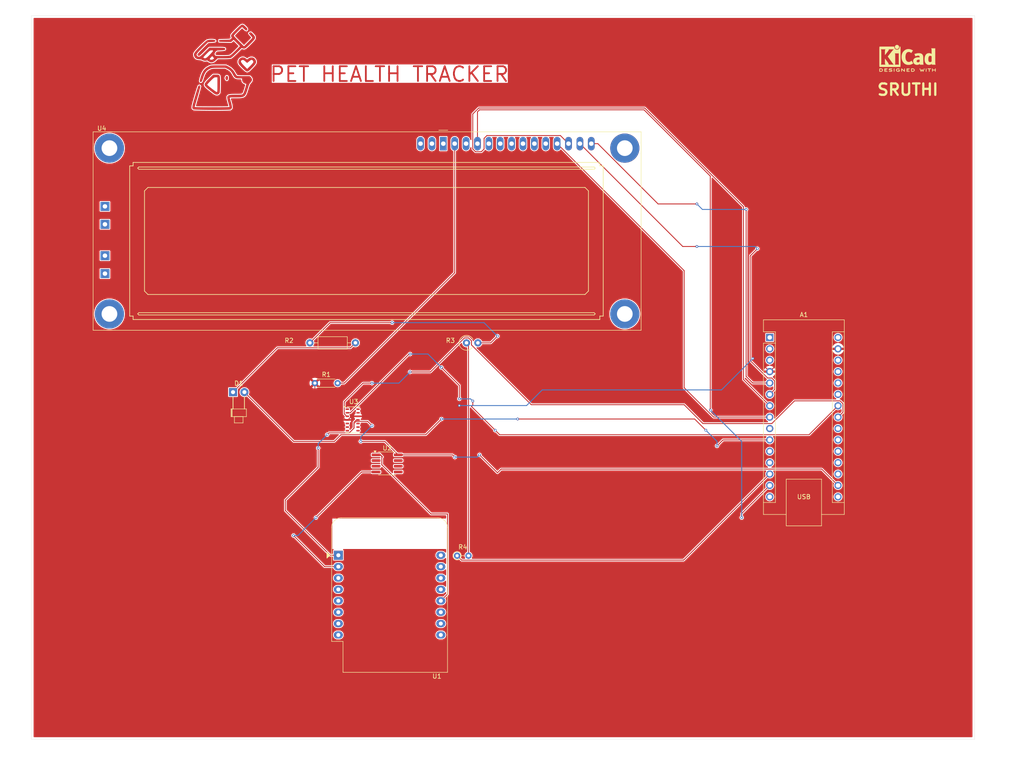
<source format=kicad_pcb>
(kicad_pcb (version 20241229) (generator "pcbnew") (generator_version "9.0")
  (layers (0 "F.Cu" signal) (2 "B.Cu" signal) (13 "F.Paste" user) (15 "B.Paste" user) (5 "F.SilkS" user "F.Silkscreen") (7 "B.SilkS" user "B.Silkscreen") (1 "F.Mask" user) (3 "B.Mask" user) (25 "Edge.Cuts" user))
  (net 0 "")
  (net 4 "Net-(U3-GND)")
  (net 5 "Net-(A1-D5)")
  (net 7 "Net-(A1-SCL{slash}A5)")
  (net 8 "Net-(A1-3V3)")
  (net 10 "Net-(A1-SDA{slash}A4)")
  (net 14 "Net-(A1-D2)")
  (net 16 "Net-(A1-D3)")
  (net 20 "Net-(A1-D10)")
  (net 22 "Net-(A1-MOSI)")
  (net 23 "Net-(A1-D7)")
  (net 24 "Net-(A1-D4)")
  (net 30 "Net-(D1-K)")
  (net 31 "Net-(U4-VDD)")
  (net 32 "Net-(R2-Pad1)")
  (net 33 "Net-(R3-Pad1)")
  (net 44 "Net-(U1-ADC)")
  (net 46 "Net-(U1-GND)")
  (footprint "Resistor_THT:R_Axial_DIN0309_L9.0mm_D3.2mm_P2.54mm_Vertical" (layer "F.Cu") (at 132.6 89)
    (property "Reference" "R3" (at -3.6 -0.5 0) (layer "F.SilkS"))
    (property "Value" "R")
    (pad "1" thru_hole circle (at 0 0) (size 1.6 1.6) (drill 0.8) (layers "*.Cu" "*.Mask") (net 33 "Net-(R3-Pad1)"))
    (pad "2" thru_hole oval (at 2.54 0) (size 1.6 1.6) (drill 0.8) (layers "*.Cu" "*.Mask") (net 32 "Net-(R2-Pad1)"))
  )
  (footprint "Display:LCD-016N002L" (layer "F.Cu") (at 127.42 44.555)
    (property "Reference" "U4" (at -76.21 -3.41 180) (layer "F.SilkS"))
    (property "Value" "LCD-016N002L")
    (pad "" thru_hole circle (at -74.5 1 180) (size 6.5 6.5) (drill 3.5) (layers "*.Cu" "*.Mask"))
    (pad "" thru_hole circle (at -74.5 38 180) (size 6.5 6.5) (drill 3.5) (layers "*.Cu" "*.Mask"))
    (pad "" thru_hole circle (at 40.5 1 180) (size 6.5 6.5) (drill 3.5) (layers "*.Cu" "*.Mask"))
    (pad "" thru_hole circle (at 40.5 38 180) (size 6.5 6.5) (drill 3.5) (layers "*.Cu" "*.Mask"))
    (pad "1" thru_hole rect (at 0 0 180) (size 1.5 3) (drill 1) (layers "*.Cu" "*.Mask"))
    (pad "2" thru_hole oval (at 2.54 0 180) (size 1.5 3) (drill 1) (layers "*.Cu" "*.Mask") (net 31 "Net-(U4-VDD)"))
    (pad "3" thru_hole oval (at 5.08 0 180) (size 1.5 3) (drill 1) (layers "*.Cu" "*.Mask"))
    (pad "4" thru_hole oval (at 7.62 0 180) (size 1.5 3) (drill 1) (layers "*.Cu" "*.Mask") (net 22 "Net-(A1-MOSI)"))
    (pad "5" thru_hole oval (at 10.16 0 180) (size 1.5 3) (drill 1) (layers "*.Cu" "*.Mask"))
    (pad "6" thru_hole oval (at 12.7 0 180) (size 1.5 3) (drill 1) (layers "*.Cu" "*.Mask"))
    (pad "7" thru_hole oval (at 15.24 0 180) (size 1.5 3) (drill 1) (layers "*.Cu" "*.Mask"))
    (pad "8" thru_hole oval (at 17.78 0 180) (size 1.5 3) (drill 1) (layers "*.Cu" "*.Mask"))
    (pad "9" thru_hole oval (at 20.32 0 180) (size 1.5 3) (drill 1) (layers "*.Cu" "*.Mask"))
    (pad "10" thru_hole oval (at 22.86 0 180) (size 1.5 3) (drill 1) (layers "*.Cu" "*.Mask"))
    (pad "11" thru_hole oval (at 25.4 0 180) (size 1.5 3) (drill 1) (layers "*.Cu" "*.Mask") (net 5 "Net-(A1-D5)"))
    (pad "12" thru_hole oval (at 27.94 0 180) (size 1.5 3) (drill 1) (layers "*.Cu" "*.Mask") (net 24 "Net-(A1-D4)"))
    (pad "13" thru_hole oval (at 30.48 0 180) (size 1.5 3) (drill 1) (layers "*.Cu" "*.Mask") (net 16 "Net-(A1-D3)"))
    (pad "14" thru_hole oval (at 33.02 0 180) (size 1.5 3) (drill 1) (layers "*.Cu" "*.Mask") (net 14 "Net-(A1-D2)"))
    (pad "15" thru_hole oval (at -2.54 0 180) (size 1.5 3) (drill 1) (layers "*.Cu" "*.Mask"))
    (pad "16" thru_hole oval (at -5.08 0 180) (size 1.5 3) (drill 1) (layers "*.Cu" "*.Mask"))
    (pad "A1" thru_hole rect (at -75.5 14 180) (size 2 2) (drill 1) (layers "*.Cu" "*.Mask"))
    (pad "A2" thru_hole rect (at -75.5 25 180) (size 2 2) (drill 1) (layers "*.Cu" "*.Mask"))
    (pad "K1" thru_hole rect (at -75.5 18 180) (size 2 2) (drill 1) (layers "*.Cu" "*.Mask"))
    (pad "K2" thru_hole rect (at -75.5 29 180) (size 2 2) (drill 1) (layers "*.Cu" "*.Mask"))
  )
  (footprint "Symbol:KiCad-Logo2_5mm_SilkScreen" (layer "F.Cu") (at 231 25.5)
    (property "Reference" "REF**" (hide yes))
    (property "Value" "KiCad-Logo2_5mm_SilkScreen" (hide yes))
  )
  (footprint "Resistor_THT:R_Axial_DIN0204_L3.6mm_D1.6mm_P2.54mm_Vertical" (layer "F.Cu") (at 130.5 136.5)
    (property "Reference" "R4" (at 1.27 -1.92 0) (layer "F.SilkS"))
    (property "Value" "R")
    (pad "1" thru_hole circle (at 0 0) (size 1.4 1.4) (drill 0.7) (layers "*.Cu" "*.Mask") (net 20 "Net-(A1-D10)"))
    (pad "2" thru_hole oval (at 2.54 0) (size 1.4 1.4) (drill 0.7) (layers "*.Cu" "*.Mask") (net 33 "Net-(R3-Pad1)"))
  )
  (footprint "Resistor_THT:R_Axial_DIN0207_L6.3mm_D2.5mm_P10.16mm_Horizontal" (layer "F.Cu") (at 97.65 89)
    (property "Reference" "R2" (at -4.65 -0.5 0) (layer "F.SilkS"))
    (property "Value" "R")
    (pad "1" thru_hole circle (at 0 0) (size 1.6 1.6) (drill 0.8) (layers "*.Cu" "*.Mask") (net 32 "Net-(R2-Pad1)"))
    (pad "2" thru_hole oval (at 10.16 0) (size 1.6 1.6) (drill 0.8) (layers "*.Cu" "*.Mask") (net 30 "Net-(D1-K)"))
  )
  (footprint "LED_THT:LED_D1.8mm_W1.8mm_H2.4mm_Horizontal_O3.81mm_Z8.2mm" (layer "F.Cu") (at 80.5 100)
    (property "Reference" "D1" (at 1.27 -1.96 0) (layer "F.SilkS"))
    (property "Value" "LED")
    (pad "1" thru_hole rect (at 0 0) (size 1.8 1.8) (drill 0.9) (layers "*.Cu" "*.Mask") (net 30 "Net-(D1-K)"))
    (pad "2" thru_hole circle (at 2.54 0) (size 1.8 1.8) (drill 0.9) (layers "*.Cu" "*.Mask") (net 23 "Net-(A1-D7)"))
  )
  (footprint "Package_SO:SOIC-8_3.9x4.9mm_P1.27mm" (layer "F.Cu") (at 114.89 115.905)
    (property "Reference" "U2" (at 0 -3.4 0) (layer "F.SilkS"))
    (property "Value" "TMP36xS")
    (pad "1" smd roundrect (at -2.475 -1.905) (size 1.95 0.6) (layers "F.Cu" "F.Mask" "F.Paste") (net 44 "Net-(U1-ADC)"))
    (pad "2" smd roundrect (at -2.475 -0.635) (size 1.95 0.6) (layers "F.Cu" "F.Mask" "F.Paste"))
    (pad "3" smd roundrect (at -2.475 0.635) (size 1.95 0.6) (layers "F.Cu" "F.Mask" "F.Paste"))
    (pad "4" smd roundrect (at -2.475 1.905) (size 1.95 0.6) (layers "F.Cu" "F.Mask" "F.Paste") (net 46 "Net-(U1-GND)"))
    (pad "5" smd roundrect (at 2.475 1.905) (size 1.95 0.6) (layers "F.Cu" "F.Mask" "F.Paste"))
    (pad "6" smd roundrect (at 2.475 0.635) (size 1.95 0.6) (layers "F.Cu" "F.Mask" "F.Paste"))
    (pad "7" smd roundrect (at 2.475 -0.635) (size 1.95 0.6) (layers "F.Cu" "F.Mask" "F.Paste"))
    (pad "8" smd roundrect (at 2.475 -1.905) (size 1.95 0.6) (layers "F.Cu" "F.Mask" "F.Paste") (net 8 "Net-(A1-3V3)"))
  )
  (footprint "fof:demo" (layer "F.Cu") (at 78.5 27.5)
    (property "Reference" "G***" (hide yes))
    (property "Value" "LOGO" (hide yes))
    (fp_poly (pts (xy 0.682929 1.91769) (xy 0.804638 2.014396) (xy 0.869313 2.211136) (xy 0.879759 2.453989) (xy 0.838786 2.689034) (xy 0.749202 2.862351) (xy 0.63068 2.921) (xy 0.522406 2.867387) (xy 0.42938 2.787952) (xy 0.318963 2.590533) (xy 0.301414 2.354771) (xy 0.362249 2.130377) (xy 0.486986 1.967059) (xy 0.661143 1.914526)) (fill yes) (layer "F.Cu"))
    (fp_poly (pts (xy 4.498478 -2.159051) (xy 4.864561 -1.944283) (xy 4.929066 -1.887201) (xy 5.116799 -1.711349) (xy 5.437066 -1.956065) (xy 5.809989 -2.152505) (xy 6.192576 -2.201816) (xy 6.550836 -2.111789) (xy 6.850778 -1.890213) (xy 7.04126 -1.588395) (xy 7.122727 -1.340654) (xy 7.136269 -1.113648) (xy 7.069894 -0.881615) (xy 6.911607 -0.618792) (xy 6.649419 -0.299416) (xy 6.271335 0.102277) (xy 6.238732 0.135664) (xy 5.859378 0.518749) (xy 5.567282 0.782693) (xy 5.330861 0.928981) (xy 5.118533 0.959099) (xy 4.898716 0.87453) (xy 4.639826 0.676761) (xy 4.310281 0.367276) (xy 4.172397 0.232833) (xy 3.868748 -0.072453) (xy 3.602096 -0.356829) (xy 3.401137 -0.588611) (xy 3.294567 -0.736118) (xy 3.294299 -0.736629) (xy 3.176251 -1.125951) (xy 3.194678 -1.270138) (xy 3.75605 -1.270138) (xy 3.846499 -1.045086) (xy 4.063224 -0.750191) (xy 4.411861 -0.372294) (xy 4.464295 -0.319271) (xy 5.160924 0.380996) (xy 5.822073 -0.275169) (xy 6.09719 -0.561009) (xy 6.326066 -0.822773) (xy 6.480965 -1.027275) (xy 6.532479 -1.125245) (xy 6.512669 -1.34362) (xy 6.380287 -1.538624) (xy 6.184795 -1.645589) (xy 6.13036 -1.651) (xy 5.988563 -1.598177) (xy 5.775538 -1.461246) (xy 5.588 -1.312334) (xy 5.374428 -1.133882) (xy 5.213453 -1.011179) (xy 5.147818 -0.973667) (xy 5.064263 -1.026578) (xy 4.897748 -1.163715) (xy 4.731526 -1.312334) (xy 4.467512 -1.53245) (xy 4.264257 -1.632532) (xy 4.07849 -1.626157) (xy 3.931433 -1.563355) (xy 3.786241 -1.438508) (xy 3.75605 -1.270138) (xy 3.194678 -1.270138) (xy 3.224895 -1.50657) (xy 3.435467 -1.857098) (xy 3.758761 -2.114951) (xy 4.121488 -2.215771)) (fill yes) (layer "F.Cu"))
    (fp_poly (pts (xy -1.832194 1.651) (xy -1.542346 1.652631) (xy -1.318071 1.670307) (xy -1.151291 1.723198) (xy -1.033928 1.830478) (xy -0.957906 2.011317) (xy -0.915146 2.284888) (xy -0.897571 2.670363) (xy -0.897104 3.186913) (xy -0.90562 3.850247) (xy -0.914541 4.455858) (xy -0.923981 4.915568) (xy -0.936553 5.252797) (xy -0.954871 5.490963) (xy -0.981549 5.653486) (xy -1.0192 5.763787) (xy -1.070436 5.845283) (xy -1.136592 5.920033) (xy -1.395888 6.103166) (xy -1.691334 6.131643) (xy -2.033202 6.004638) (xy -2.300682 5.826564) (xy -2.539117 5.642359) (xy -2.862236 5.389637) (xy -3.222511 5.105683) (xy -3.485347 4.897171) (xy -3.869624 4.57999) (xy -4.14083 4.313585) (xy -4.296985 4.074716) (xy -4.327293 3.892994) (xy -3.764387 3.892994) (xy -3.69844 3.981049) (xy -3.523016 4.144702) (xy -3.266863 4.361731) (xy -2.958727 4.609916) (xy -2.627353 4.867036) (xy -2.301488 5.110868) (xy -2.009877 5.319193) (xy -1.781267 5.469789) (xy -1.644404 5.540434) (xy -1.629834 5.543036) (xy -1.578766 5.532096) (xy -1.540931 5.48267) (xy -1.51437 5.372952) (xy -1.497124 5.18114) (xy -1.487231 4.885427) (xy -1.482732 4.46401) (xy -1.481667 3.895084) (xy -1.481667 3.894666) (xy -1.481667 2.243666) (xy -1.83991 2.243666) (xy -1.993655 2.250614) (xy -2.127656 2.284376) (xy -2.270253 2.364325) (xy -2.449781 2.509837) (xy -2.694578 2.740287) (xy -2.98291 3.025161) (xy -3.275361 3.322897) (xy -3.517818 3.582128) (xy -3.687774 3.77786) (xy -3.762721 3.885097) (xy -3.764387 3.892994) (xy -4.327293 3.892994) (xy -4.336107 3.840145) (xy -4.256216 3.586634) (xy -4.055331 3.290944) (xy -3.731472 2.929836) (xy -3.282656 2.480073) (xy -3.27901 2.4765) (xy -2.43672 1.650999)) (fill yes) (layer "F.Cu"))
    (fp_poly (pts (xy 0.985825 -0.148173) (xy 1.594916 0.240036) (xy 2.097683 0.75538) (xy 2.488701 1.37924) (xy 2.639061 1.645641) (xy 2.782384 1.847366) (xy 2.881431 1.936678) (xy 3.010302 1.954765) (xy 3.276177 1.970198) (xy 3.646733 1.981829) (xy 4.089647 1.98851) (xy 4.37377 1.989666) (xy 5.728025 1.989666) (xy 5.975512 2.237153) (xy 6.187261 2.541662) (xy 6.231428 2.857665) (xy 6.108497 3.175985) (xy 5.91392 3.404171) (xy 5.780064 3.544847) (xy 5.669335 3.705199) (xy 5.56656 3.918464) (xy 5.45657 4.21788) (xy 5.324192 4.636684) (xy 5.27169 4.811168) (xy 5.089857 5.403106) (xy 4.925482 5.858892) (xy 4.753582 6.196311) (xy 4.549179 6.433145) (xy 4.287291 6.587179) (xy 3.942937 6.676197) (xy 3.491136 6.717982) (xy 2.906909 6.730317) (xy 2.574914 6.731) (xy 2.06711 6.732269) (xy 1.705407 6.737824) (xy 1.466583 6.750283) (xy 1.327413 6.772264) (xy 1.264676 6.806386) (xy 1.255146 6.855268) (xy 1.260918 6.879166) (xy 1.458266 7.549317) (xy 1.602478 8.077887) (xy 1.697246 8.482807) (xy 1.74626 8.782011) (xy 1.753212 8.993431) (xy 1.724137 9.129501) (xy 1.586409 9.329797) (xy 1.420599 9.447455) (xy 1.279527 9.468839) (xy 0.99175 9.486815) (xy 0.578063 9.501459) (xy 0.059259 9.512844) (xy -0.543868 9.521047) (xy -1.210524 9.526141) (xy -1.919916 9.528201) (xy -2.65125 9.527301) (xy -3.383732 9.523517) (xy -4.096568 9.516923) (xy -4.768965 9.507593) (xy -5.380129 9.495602) (xy -5.909265 9.481025) (xy -6.335581 9.463937) (xy -6.638283 9.444412) (xy -6.796576 9.422524) (xy -6.808981 9.417918) (xy -6.929894 9.346806) (xy -7.017878 9.261063) (xy -7.07091 9.142835) (xy -7.086967 8.974267) (xy -7.064026 8.737505) (xy -7.000064 8.414693) (xy -6.893058 7.987977) (xy -6.740987 7.439502) (xy -6.541826 6.751414) (xy -6.484842 6.556854) (xy -6.305657 5.955387) (xy -6.136089 5.404109) (xy -5.983286 4.924877) (xy -5.854395 4.539547) (xy -5.756566 4.269978) (xy -5.696945 4.138026) (xy -5.691621 4.131335) (xy -5.527066 4.058383) (xy -5.371035 4.112902) (xy -5.292593 4.26756) (xy -5.291667 4.289614) (xy -5.314616 4.412547) (xy -5.3793 4.67476) (xy -5.479478 5.053141) (xy -5.608906 5.524576) (xy -5.761343 6.065952) (xy -5.926667 6.640801) (xy -6.09471 7.221186) (xy -6.246061 7.747538) (xy -6.374575 8.198199) (xy -6.474109 8.551508) (xy -6.538521 8.785805) (xy -6.561665 8.87943) (xy -6.561667 8.879579) (xy -6.479786 8.890332) (xy -6.245286 8.900349) (xy -5.874878 8.909404) (xy -5.385277 8.917269) (xy -4.793193 8.92372) (xy -4.115342 8.928529) (xy -3.368434 8.93147) (xy -2.667 8.932333) (xy -1.873131 8.931334) (xy -1.133605 8.928473) (xy -0.465133 8.923954) (xy 0.115571 8.917981) (xy 0.591794 8.910758) (xy 0.946823 8.902488) (xy 1.163946 8.893376) (xy 1.227666 8.884819) (xy 1.205516 8.78979) (xy 1.145071 8.564911) (xy 1.055334 8.242926) (xy 0.945311 7.856576) (xy 0.935265 7.821654) (xy 0.795 7.308065) (xy 0.716126 6.910981) (xy 0.71334 6.615469) (xy 0.801336 6.406594) (xy 0.99481 6.269425) (xy 1.308457 6.189028) (xy 1.756973 6.150471) (xy 2.355054 6.138819) (xy 2.591792 6.138333) (xy 3.125288 6.136211) (xy 3.516235 6.128183) (xy 3.791385 6.111757) (xy 3.977488 6.084441) (xy 4.101295 6.043744) (xy 4.186355 5.989786) (xy 4.306801 5.823745) (xy 4.450263 5.500254) (xy 4.61844 5.015248) (xy 4.690535 4.783286) (xy 4.805975 4.389592) (xy 4.89513 4.060185) (xy 4.95033 3.82546) (xy 4.963905 3.715813) (xy 4.960966 3.711572) (xy 4.849392 3.684962) (xy 4.670617 3.644648) (xy 4.355323 3.494676) (xy 4.128153 3.228534) (xy 4.024484 2.890961) (xy 4.021666 2.82397) (xy 4.021666 2.497666) (xy 3.355751 2.497666) (xy 2.918371 2.47693) (xy 2.601313 2.396252) (xy 2.359733 2.227929) (xy 2.148786 1.944258) (xy 1.991693 1.655014) (xy 1.730852 1.193342) (xy 1.462714 0.853237) (xy 1.145349 0.590511) (xy 0.787417 0.385913) (xy 0.269287 0.127) (xy -1.220024 0.128859) (xy -1.773623 0.131582) (xy -2.18794 0.14003) (xy -2.493001 0.156994) (xy -2.718831 0.185264) (xy -2.895457 0.22763) (xy -3.052903 0.286883) (xy -3.087926 0.302451) (xy -3.530435 0.538777) (xy -3.883625 0.818534) (xy -4.169449 1.170805) (xy -4.409861 1.624672) (xy -4.626815 2.209218) (xy -4.696132 2.432833) (xy -4.844845 2.880762) (xy -4.979472 3.171264) (xy -5.108203 3.314772) (xy -5.239228 3.32172) (xy -5.337635 3.249984) (xy -5.395603 3.17419) (xy -5.41733 3.0732) (xy -5.399315 2.911832) (xy -5.338058 2.654907) (xy -5.245105 2.320086) (xy -4.996526 1.57986) (xy -4.705268 0.983448) (xy -4.353602 0.507183) (xy -3.923804 0.127395) (xy -3.398145 -0.179585) (xy -3.359163 -0.198086) (xy -3.187853 -0.275627) (xy -3.032937 -0.332965) (xy -2.865563 -0.373146) (xy -2.656876 -0.399217) (xy -2.378025 -0.414225) (xy -2.000156 -0.421215) (xy -1.494418 -0.423235) (xy -1.225887 -0.423334) (xy 0.426893 -0.423334)) (fill yes) (layer "F.Cu"))
    (fp_poly (pts (xy 4.30807 -9.452567) (xy 4.495041 -9.318686) (xy 4.717879 -9.116329) (xy 4.750468 -9.085539) (xy 5.00371 -8.830411) (xy 5.143356 -8.643406) (xy 5.191579 -8.491449) (xy 5.1899 -8.430096) (xy 5.119227 -8.235637) (xy 4.971028 -8.190802) (xy 4.746627 -8.295359) (xy 4.447349 -8.549078) (xy 4.434122 -8.562048) (xy 4.019911 -8.97003) (xy 3.089455 -8.042459) (xy 2.769188 -7.717825) (xy 2.49655 -7.431245) (xy 2.29224 -7.205298) (xy 2.176957 -7.06256) (xy 2.159 -7.027601) (xy 2.216339 -6.943137) (xy 2.375951 -6.760083) (xy 2.619227 -6.498432) (xy 2.927559 -6.178174) (xy 3.282337 -5.819302) (xy 3.301865 -5.799801) (xy 4.444731 -4.659288) (xy 5.376199 -5.587867) (xy 5.696471 -5.911884) (xy 5.969196 -6.196835) (xy 6.173721 -6.420418) (xy 6.289396 -6.56033) (xy 6.307666 -6.593776) (xy 6.253712 -6.691005) (xy 6.112655 -6.869684) (xy 5.926666 -7.078426) (xy 5.731499 -7.299881) (xy 5.594103 -7.480238) (xy 5.545666 -7.575855) (xy 5.614541 -7.672547) (xy 5.765866 -7.766294) (xy 5.885007 -7.808324) (xy 5.99156 -7.795776) (xy 6.121673 -7.708616) (xy 6.311495 -7.526811) (xy 6.443199 -7.390924) (xy 6.683783 -7.127906) (xy 6.823157 -6.933107) (xy 6.886783 -6.762369) (xy 6.900333 -6.598126) (xy 6.891543 -6.471148) (xy 6.853801 -6.348296) (xy 6.770051 -6.206806) (xy 6.623236 -6.023918) (xy 6.396299 -5.776868) (xy 6.072183 -5.442895) (xy 5.915636 -5.28405) (xy 5.482791 -4.852967) (xy 5.142983 -4.535474) (xy 4.876296 -4.319003) (xy 4.662812 -4.190988) (xy 4.482614 -4.138866) (xy 4.315785 -4.150069) (xy 4.186218 -4.192981) (xy 3.927436 -4.300172) (xy 2.850671 -3.23476) (xy 2.487141 -2.882945) (xy 2.148417 -2.569648) (xy 1.858956 -2.316389) (xy 1.64322 -2.144688) (xy 1.537607 -2.079508) (xy 1.371989 -2.048339) (xy 1.071169 -2.021989) (xy 0.669251 -2.00236) (xy 0.200342 -1.991355) (xy -0.072996 -1.989667) (xy -1.447301 -1.989667) (xy -1.781984 -1.641147) (xy -2.190246 -1.28877) (xy -2.580338 -1.103049) (xy -2.956564 -1.082801) (xy -3.313929 -1.221121) (xy -3.504657 -1.351189) (xy -3.625172 -1.458453) (xy -3.633301 -1.469748) (xy -3.750327 -1.512841) (xy -3.940366 -1.467807) (xy -4.314185 -1.42457) (xy -4.705171 -1.540154) (xy -4.868334 -1.63505) (xy -5.135919 -1.737422) (xy -5.519531 -1.777277) (xy -5.549254 -1.777483) (xy -5.999651 -1.829947) (xy -6.018486 -1.839204) (xy -3.193934 -1.839204) (xy -3.158395 -1.752928) (xy -2.961727 -1.662654) (xy -2.702338 -1.672269) (xy -2.450251 -1.776527) (xy -2.405583 -1.809315) (xy -2.210072 -1.96763) (xy -2.427647 -2.226204) (xy -2.645222 -2.484777) (xy -2.952772 -2.169816) (xy -3.131753 -1.968299) (xy -3.193934 -1.839204) (xy -6.018486 -1.839204) (xy -6.331815 -1.993198) (xy -6.481195 -2.176294) (xy -4.621681 -2.176294) (xy -4.601219 -2.116605) (xy -4.560662 -2.086615) (xy -4.368528 -2.001869) (xy -4.184535 -1.99424) (xy -3.982193 -2.076255) (xy -3.735011 -2.260437) (xy -3.416497 -2.559313) (xy -3.288344 -2.688167) (xy -3.00443 -2.984493) (xy -2.75923 -3.254763) (xy -2.581369 -3.466531) (xy -2.504068 -3.577167) (xy -2.454935 -3.695695) (xy -2.491339 -3.75087) (xy -2.64718 -3.766838) (xy -2.771527 -3.767667) (xy -2.926184 -3.761318) (xy -3.059462 -3.729402) (xy -3.199434 -3.65262) (xy -3.374174 -3.511671) (xy -3.611754 -3.287256) (xy -3.927334 -2.973041) (xy -4.246803 -2.64893) (xy -4.4592 -2.421844) (xy -4.57925 -2.27117) (xy -4.621681 -2.176294) (xy -6.481195 -2.176294) (xy -6.563955 -2.277733) (xy -6.619369 -2.394391) (xy -6.695747 -2.603434) (xy -6.728495 -2.791472) (xy -6.706413 -2.978072) (xy -6.618297 -3.182802) (xy -6.452947 -3.425229) (xy -6.199159 -3.72492) (xy -5.845731 -4.101444) (xy -5.381463 -4.574367) (xy -5.357614 -4.598401) (xy -4.960772 -4.991126) (xy -4.587202 -5.347686) (xy -4.258743 -5.648256) (xy -3.997237 -5.87301) (xy -3.824521 -6.002124) (xy -3.791553 -6.020011) (xy -3.55345 -6.085578) (xy -3.230443 -6.126053) (xy -2.869443 -6.141633) (xy -2.517361 -6.132518) (xy -2.221109 -6.098903) (xy -2.027598 -6.040989) (xy -1.990562 -6.012412) (xy -1.905464 -5.867265) (xy -1.936565 -5.761461) (xy -2.097485 -5.688241) (xy -2.401844 -5.640845) (xy -2.790347 -5.615513) (xy -3.604314 -5.579913) (xy -4.871324 -4.315015) (xy -5.313781 -3.868991) (xy -5.645915 -3.522895) (xy -5.881083 -3.260992) (xy -6.032638 -3.067548) (xy -6.113936 -2.926828) (xy -6.138332 -2.823098) (xy -6.138334 -2.822273) (xy -6.067304 -2.550484) (xy -5.869257 -2.379184) (xy -5.61067 -2.328334) (xy -5.495692 -2.344969) (xy -5.363526 -2.405674) (xy -5.193615 -2.526647) (xy -4.965404 -2.724089) (xy -4.658336 -3.014199) (xy -4.321407 -3.344334) (xy -3.293713 -4.360334) (xy -1.593724 -4.360334) (xy -1.002734 -4.35863) (xy -0.558726 -4.352417) (xy -0.239369 -4.340041) (xy -0.022335 -4.319849) (xy 0.114704 -4.290188) (xy 0.194078 -4.249406) (xy 0.217556 -4.226237) (xy 0.283054 -4.062834) (xy 0.24026 -3.95107) (xy 0.164934 -3.883978) (xy 0.017761 -3.835877) (xy -0.230737 -3.801346) (xy -0.610034 -3.774968) (xy -0.757318 -3.767667) (xy -1.162605 -3.746429) (xy -1.435633 -3.721586) (xy -1.613384 -3.683856) (xy -1.732837 -3.623959) (xy -1.830973 -3.532612) (xy -1.869717 -3.488482) (xy -2.07968 -3.170689) (xy -2.133101 -2.892801) (xy -2.028913 -2.663589) (xy -1.962257 -2.60325) (xy -1.870893 -2.559545) (xy -1.728932 -2.529823) (xy -1.510485 -2.511437) (xy -1.189661 -2.501736) (xy -0.740572 -2.498071) (xy -0.407492 -2.497667) (xy 0.208679 -2.502408) (xy 0.675665 -2.517528) (xy 1.01337 -2.544378) (xy 1.241701 -2.584307) (xy 1.336219 -2.615853) (xy 1.488093 -2.715638) (xy 1.729781 -2.914067) (xy 2.034243 -3.187232) (xy 2.374441 -3.511226) (xy 2.580707 -3.716275) (xy 3.552749 -4.69851) (xy 2.837638 -5.417356) (xy 2.122527 -6.136201) (xy 1.85927 -5.881042) (xy 1.596013 -5.625883) (xy 0.247673 -5.649275) (xy -1.100667 -5.672667) (xy -1.100667 -5.884334) (xy -1.100667 -6.096) (xy 0.135466 -6.119358) (xy 0.618155 -6.129731) (xy 0.96141 -6.142848) (xy 1.195116 -6.163585) (xy 1.349157 -6.196818) (xy 1.453418 -6.247422) (xy 1.537786 -6.320274) (xy 1.569444 -6.353312) (xy 1.695181 -6.51721) (xy 1.695982 -6.627713) (xy 1.666812 -6.664388) (xy 1.594748 -6.816412) (xy 1.566333 -7.027139) (xy 1.581528 -7.136162) (xy 1.637578 -7.260658) (xy 1.750175 -7.419815) (xy 1.935016 -7.63282) (xy 2.207794 -7.91886) (xy 2.584204 -8.297123) (xy 2.695187 -8.407206) (xy 3.133554 -8.838176) (xy 3.474475 -9.156671) (xy 3.740168 -9.370025) (xy 3.952852 -9.48557) (xy 4.134746 -9.51064)) (fill yes) (layer "F.Cu"))
  )
  (footprint "OptoDevice:Maxim_OLGA-14_3.3x5.6mm_P0.8mm" (layer "F.Cu") (at 107.2 106.2)
    (property "Reference" "U3" (at 0.22 -4.07 0) (layer "F.SilkS"))
    (property "Value" "MAX30102")
    (pad "1" smd roundrect (at -1.2 -2.4) (size 0.75 0.35) (layers "F.Cu" "F.Mask" "F.Paste"))
    (pad "2" smd roundrect (at -1.2 -1.6) (size 0.75 0.35) (layers "F.Cu" "F.Mask" "F.Paste") (net 7 "Net-(A1-SCL{slash}A5)"))
    (pad "3" smd roundrect (at -1.2 -0.8) (size 0.75 0.35) (layers "F.Cu" "F.Mask" "F.Paste") (net 10 "Net-(A1-SDA{slash}A4)"))
    (pad "4" smd roundrect (at -1.2 0) (size 0.75 0.35) (layers "F.Cu" "F.Mask" "F.Paste") (net 4 "Net-(U3-GND)"))
    (pad "5" smd roundrect (at -1.2 0.8) (size 0.75 0.35) (layers "F.Cu" "F.Mask" "F.Paste"))
    (pad "6" smd roundrect (at -1.2 1.6) (size 0.75 0.35) (layers "F.Cu" "F.Mask" "F.Paste"))
    (pad "7" smd roundrect (at -1.2 2.4) (size 0.75 0.35) (layers "F.Cu" "F.Mask" "F.Paste"))
    (pad "8" smd roundrect (at 1.2 2.4) (size 0.75 0.35) (layers "F.Cu" "F.Mask" "F.Paste"))
    (pad "9" smd roundrect (at 1.2 1.6) (size 0.75 0.35) (layers "F.Cu" "F.Mask" "F.Paste"))
    (pad "10" smd roundrect (at 1.2 0.8) (size 0.75 0.35) (layers "F.Cu" "F.Mask" "F.Paste"))
    (pad "11" smd roundrect (at 1.2 0) (size 0.75 0.35) (layers "F.Cu" "F.Mask" "F.Paste") (net 8 "Net-(A1-3V3)"))
    (pad "12" smd roundrect (at 1.2 -0.8) (size 0.75 0.35) (layers "F.Cu" "F.Mask" "F.Paste") (net 4 "Net-(U3-GND)"))
    (pad "13" smd roundrect (at 1.2 -1.6) (size 0.75 0.35) (layers "F.Cu" "F.Mask" "F.Paste"))
    (pad "14" smd roundrect (at 1.2 -2.4) (size 0.75 0.35) (layers "F.Cu" "F.Mask" "F.Paste"))
  )
  (footprint "Module:Arduino_Nano" (layer "F.Cu") (at 200.26 87.8)
    (property "Reference" "A1" (at 7.62 -5.08 0) (layer "F.SilkS"))
    (property "Value" "Arduino_Nano_Every")
    (fp_text user "USB" (at 7.62 35.56 0) (layer "F.SilkS"))
    (pad "1" thru_hole rect (at 0 0) (size 1.6 1.6) (drill 1) (layers "*.Cu" "*.Mask"))
    (pad "2" thru_hole oval (at 0 2.54) (size 1.6 1.6) (drill 1) (layers "*.Cu" "*.Mask"))
    (pad "3" thru_hole oval (at 0 5.08) (size 1.6 1.6) (drill 1) (layers "*.Cu" "*.Mask"))
    (pad "4" thru_hole oval (at 0 7.62) (size 1.6 1.6) (drill 1) (layers "*.Cu" "*.Mask") (net 4 "Net-(U3-GND)"))
    (pad "5" thru_hole oval (at 0 10.16) (size 1.6 1.6) (drill 1) (layers "*.Cu" "*.Mask") (net 14 "Net-(A1-D2)"))
    (pad "6" thru_hole oval (at 0 12.7) (size 1.6 1.6) (drill 1) (layers "*.Cu" "*.Mask") (net 16 "Net-(A1-D3)"))
    (pad "7" thru_hole oval (at 0 15.24) (size 1.6 1.6) (drill 1) (layers "*.Cu" "*.Mask") (net 24 "Net-(A1-D4)"))
    (pad "8" thru_hole oval (at 0 17.78) (size 1.6 1.6) (drill 1) (layers "*.Cu" "*.Mask") (net 5 "Net-(A1-D5)"))
    (pad "9" thru_hole oval (at 0 20.32) (size 1.6 1.6) (drill 1) (layers "*.Cu" "*.Mask"))
    (pad "10" thru_hole oval (at 0 22.86) (size 1.6 1.6) (drill 1) (layers "*.Cu" "*.Mask") (net 23 "Net-(A1-D7)"))
    (pad "11" thru_hole oval (at 0 25.4) (size 1.6 1.6) (drill 1) (layers "*.Cu" "*.Mask"))
    (pad "12" thru_hole oval (at 0 27.94) (size 1.6 1.6) (drill 1) (layers "*.Cu" "*.Mask"))
    (pad "13" thru_hole oval (at 0 30.48) (size 1.6 1.6) (drill 1) (layers "*.Cu" "*.Mask") (net 20 "Net-(A1-D10)"))
    (pad "14" thru_hole oval (at 0 33.02) (size 1.6 1.6) (drill 1) (layers "*.Cu" "*.Mask") (net 22 "Net-(A1-MOSI)"))
    (pad "15" thru_hole oval (at 0 35.56) (size 1.6 1.6) (drill 1) (layers "*.Cu" "*.Mask"))
    (pad "16" thru_hole oval (at 15.24 35.56) (size 1.6 1.6) (drill 1) (layers "*.Cu" "*.Mask"))
    (pad "17" thru_hole oval (at 15.24 33.02) (size 1.6 1.6) (drill 1) (layers "*.Cu" "*.Mask") (net 8 "Net-(A1-3V3)"))
    (pad "18" thru_hole oval (at 15.24 30.48) (size 1.6 1.6) (drill 1) (layers "*.Cu" "*.Mask"))
    (pad "19" thru_hole oval (at 15.24 27.94) (size 1.6 1.6) (drill 1) (layers "*.Cu" "*.Mask"))
    (pad "20" thru_hole oval (at 15.24 25.4) (size 1.6 1.6) (drill 1) (layers "*.Cu" "*.Mask"))
    (pad "21" thru_hole oval (at 15.24 22.86) (size 1.6 1.6) (drill 1) (layers "*.Cu" "*.Mask"))
    (pad "22" thru_hole oval (at 15.24 20.32) (size 1.6 1.6) (drill 1) (layers "*.Cu" "*.Mask"))
    (pad "23" thru_hole oval (at 15.24 17.78) (size 1.6 1.6) (drill 1) (layers "*.Cu" "*.Mask") (net 10 "Net-(A1-SDA{slash}A4)"))
    (pad "24" thru_hole oval (at 15.24 15.24) (size 1.6 1.6) (drill 1) (layers "*.Cu" "*.Mask") (net 7 "Net-(A1-SCL{slash}A5)"))
    (pad "25" thru_hole oval (at 15.24 12.7) (size 1.6 1.6) (drill 1) (layers "*.Cu" "*.Mask"))
    (pad "26" thru_hole oval (at 15.24 10.16) (size 1.6 1.6) (drill 1) (layers "*.Cu" "*.Mask"))
    (pad "27" thru_hole oval (at 15.24 7.62) (size 1.6 1.6) (drill 1) (layers "*.Cu" "*.Mask"))
    (pad "28" thru_hole oval (at 15.24 5.08) (size 1.6 1.6) (drill 1) (layers "*.Cu" "*.Mask"))
    (pad "29" thru_hole oval (at 15.24 2.54) (size 1.6 1.6) (drill 1) (layers "*.Cu" "*.Mask") (net 4 "Net-(U3-GND)"))
    (pad "30" thru_hole oval (at 15.24 0) (size 1.6 1.6) (drill 1) (layers "*.Cu" "*.Mask"))
  )
  (footprint "RF_Module:WEMOS_D1_mini_light" (layer "F.Cu") (at 104 136.405)
    (property "Reference" "U1" (at 22 27 0) (layer "F.SilkS"))
    (property "Value" "Olimex_MOD-WIFI-ESP8266-DEV")
    (pad "1" thru_hole rect (at 0 0) (size 2 2) (drill 0.9) (layers "*.Cu" "*.Mask") (net 8 "Net-(A1-3V3)"))
    (pad "2" thru_hole oval (at 0 2.54) (size 2 1.6) (drill 0.9) (layers "*.Cu" "*.Mask") (net 46 "Net-(U1-GND)"))
    (pad "3" thru_hole oval (at 0 5.08) (size 2 1.6) (drill 0.9) (layers "*.Cu" "*.Mask"))
    (pad "4" thru_hole oval (at 0 7.62) (size 2 1.6) (drill 0.9) (layers "*.Cu" "*.Mask"))
    (pad "5" thru_hole oval (at 0 10.16) (size 2 1.6) (drill 0.9) (layers "*.Cu" "*.Mask"))
    (pad "6" thru_hole oval (at 0 12.7) (size 2 1.6) (drill 0.9) (layers "*.Cu" "*.Mask"))
    (pad "7" thru_hole oval (at 0 15.24) (size 2 1.6) (drill 0.9) (layers "*.Cu" "*.Mask"))
    (pad "8" thru_hole oval (at 0 17.78) (size 2 1.6) (drill 0.9) (layers "*.Cu" "*.Mask"))
    (pad "9" thru_hole oval (at 22.86 17.78) (size 2 1.6) (drill 0.9) (layers "*.Cu" "*.Mask"))
    (pad "10" thru_hole oval (at 22.86 15.24) (size 2 1.6) (drill 0.9) (layers "*.Cu" "*.Mask"))
    (pad "11" thru_hole oval (at 22.86 12.7) (size 2 1.6) (drill 0.9) (layers "*.Cu" "*.Mask"))
    (pad "12" thru_hole oval (at 22.86 10.16) (size 2 1.6) (drill 0.9) (layers "*.Cu" "*.Mask") (net 44 "Net-(U1-ADC)"))
    (pad "13" thru_hole oval (at 22.86 7.62) (size 2 1.6) (drill 0.9) (layers "*.Cu" "*.Mask"))
    (pad "14" thru_hole oval (at 22.86 5.08) (size 2 1.6) (drill 0.9) (layers "*.Cu" "*.Mask"))
    (pad "15" thru_hole oval (at 22.86 2.54) (size 2 1.6) (drill 0.9) (layers "*.Cu" "*.Mask"))
    (pad "16" thru_hole oval (at 22.86 0) (size 2 1.6) (drill 0.9) (layers "*.Cu" "*.Mask"))
    (zone (net 0) (net_name "") (layers "F.Cu" "B.Cu" "Dwgs.User") (name "No Copper") (connect_pads (clearance 0)) (min_thickness 0.25)
      (keepout (tracks not_allowed) (vias not_allowed) (pads not_allowed) (copperpour not_allowed) (footprints not_allowed))
      (fill (thermal_gap 0.5) (thermal_bridge_width 0.5))
      (polygon (pts (xy 102.65 128.205) (xy 128.25 128.205) (xy 128.25 135.005) (xy 102.65 135.005)))
    )
  )
  (footprint "Resistor_THT:R_Axial_DIN0204_L3.6mm_D1.6mm_P5.08mm_Horizontal" (layer "F.Cu") (at 98.76 98)
    (property "Reference" "R1" (at 2.54 -1.92 0) (layer "F.SilkS"))
    (property "Value" "R")
    (pad "1" thru_hole circle (at 0 0) (size 1.4 1.4) (drill 0.7) (layers "*.Cu" "*.Mask") (net 4 "Net-(U3-GND)"))
    (pad "2" thru_hole oval (at 5.08 0) (size 1.4 1.4) (drill 0.7) (layers "*.Cu" "*.Mask") (net 31 "Net-(U4-VDD)"))
  )
  (gr_rect (start 35.5 16) (end 246 177.5) (stroke (width 0.05)) (fill no) (layer "Edge.Cuts"))
  (gr_text "PET HEALTH TRACKER " (at 88.5 31 0) (layer "F.Cu") (effects (font (size 3.3 3.3) (thickness 0.4)) (justify left bottom)))
  (gr_text "SRUTHI" (at 224 34 0) (layer "F.SilkS") (effects (font (size 2.55 2.55) (thickness 0.5) (bold yes)) (justify left bottom)))
  (segment (start 128.6 105.4) (end 131 103) (width 0.2) (layer "F.Cu") (net 4))
  (segment (start 215.5 90.34) (end 205.34 90.34) (width 0.2) (layer "F.Cu") (net 4))
  (segment (start 106.126848 106.2) (end 106 106.2) (width 0.2) (layer "F.Cu") (net 4))
  (segment (start 98.76 99.334999) (end 98.76 98) (width 0.2) (layer "F.Cu") (net 4))
  (segment (start 108.4 105.4) (end 128.6 105.4) (width 0.2) (layer "F.Cu") (net 4))
  (segment (start 106.926848 105.4) (end 106.126848 106.2) (width 0.2) (layer "F.Cu") (net 4))
  (segment (start 108.4 105.4) (end 106.926848 105.4) (width 0.2) (layer "F.Cu") (net 4))
  (segment (start 105.625001 106.2) (end 98.76 99.334999) (width 0.2) (layer "F.Cu") (net 4))
  (segment (start 205.34 90.34) (end 200.26 95.42) (width 0.2) (layer "F.Cu") (net 4))
  (segment (start 197.34 92.5) (end 196.5 92.5) (width 0.2) (layer "F.Cu") (net 4))
  (segment (start 200.26 95.42) (end 197.34 92.5) (width 0.2) (layer "F.Cu") (net 4))
  (segment (start 106 106.2) (end 105.625001 106.2) (width 0.2) (layer "F.Cu") (net 4))
  (via (at 131 103) (size 0.6) (drill 0.3) (layers "F.Cu" "B.Cu") (net 4))
  (via (at 196.5 92.5) (size 0.6) (drill 0.3) (layers "F.Cu" "B.Cu") (net 4))
  (segment (start 131 103) (end 146 103) (width 0.2) (layer "B.Cu") (net 4))
  (segment (start 146 103) (end 149.5 99.5) (width 0.2) (layer "B.Cu") (net 4))
  (segment (start 189.5 99.5) (end 196.5 92.5) (width 0.2) (layer "B.Cu") (net 4))
  (segment (start 149.5 99.5) (end 189.5 99.5) (width 0.2) (layer "B.Cu") (net 4))
  (segment (start 200.26 105.58) (end 187.730057 105.58) (width 0.2) (layer "F.Cu") (net 5))
  (segment (start 181.172 72.907) (end 181.172 99.021943) (width 0.2) (layer "F.Cu") (net 5))
  (segment (start 187.730057 105.58) (end 181.172 99.021943) (width 0.2) (layer "F.Cu") (net 5))
  (segment (start 152.82 44.555) (end 181.172 72.907) (width 0.2) (layer "F.Cu") (net 5))
  (segment (start 209.04 109.5) (end 140 109.5) (width 0.2) (layer "F.Cu") (net 7))
  (segment (start 133.701 103.201) (end 134 102.902) (width 0.2) (layer "F.Cu") (net 7))
  (segment (start 106.673152 104.6) (end 119.773152 91.5) (width 0.2) (layer "F.Cu") (net 7))
  (segment (start 215.5 103.04) (end 209.04 109.5) (width 0.2) (layer "F.Cu") (net 7))
  (segment (start 131 98.5) (end 131 101.5) (width 0.2) (layer "F.Cu") (net 7))
  (segment (start 127 94.5) (end 131 98.5) (width 0.2) (layer "F.Cu") (net 7))
  (segment (start 120 91.5) (end 119.773152 91.5) (width 0.2) (layer "F.Cu") (net 7))
  (segment (start 134 102.902) (end 134 102) (width 0.2) (layer "F.Cu") (net 7))
  (segment (start 139 108.5) (end 133.701 103.201) (width 0.2) (layer "F.Cu") (net 7))
  (segment (start 140 109.5) (end 139 108.5) (width 0.2) (layer "F.Cu") (net 7))
  (segment (start 106 104.6) (end 106.673152 104.6) (width 0.2) (layer "F.Cu") (net 7))
  (via (at 134 102) (size 0.6) (drill 0.3) (layers "F.Cu" "B.Cu") (net 7))
  (via (at 127 94.5) (size 0.6) (drill 0.3) (layers "F.Cu" "B.Cu") (net 7))
  (via (at 139 108.5) (size 0.6) (drill 0.3) (layers "F.Cu" "B.Cu") (net 7))
  (via (at 120 91.5) (size 0.6) (drill 0.3) (layers "F.Cu" "B.Cu") (net 7))
  (via (at 131 101.5) (size 0.6) (drill 0.3) (layers "F.Cu" "B.Cu") (net 7))
  (segment (start 120 91.5) (end 124 91.5) (width 0.2) (layer "B.Cu") (net 7))
  (segment (start 124 91.5) (end 127 94.5) (width 0.2) (layer "B.Cu") (net 7))
  (segment (start 133.5 101.5) (end 134 102) (width 0.2) (layer "B.Cu") (net 7))
  (segment (start 131 101.5) (end 133.5 101.5) (width 0.2) (layer "B.Cu") (net 7))
  (segment (start 99.5 116.775) (end 99.5 112.5) (width 0.2) (layer "F.Cu") (net 8))
  (segment (start 211.859 117.179) (end 215.5 120.82) (width 0.2) (layer "F.Cu") (net 8))
  (segment (start 107.949152 106.524) (end 107.5 106.973152) (width 0.2) (layer "F.Cu") (net 8))
  (segment (start 108.025001 106.2) (end 108.4 106.2) (width 0.2) (layer "F.Cu") (net 8))
  (segment (start 107.5 106.725001) (end 108.025001 106.2) (width 0.2) (layer "F.Cu") (net 8))
  (segment (start 101.5 109.5) (end 101.924 109.076) (width 0.2) (layer "F.Cu") (net 8))
  (segment (start 104 136.405) (end 102.1629 136.405) (width 0.2) (layer "F.Cu") (net 8))
  (segment (start 101.924 109.076) (end 106.450848 109.076) (width 0.2) (layer "F.Cu") (net 8))
  (segment (start 107.5 106.973152) (end 107.5 108.026848) (width 0.2) (layer "F.Cu") (net 8))
  (segment (start 135.5 114) (end 139.5 118) (width 0.2) (layer "F.Cu") (net 8))
  (segment (start 129.5 114) (end 130 114.5) (width 0.2) (layer "F.Cu") (net 8))
  (segment (start 92.169 124.106) (end 99.5 116.775) (width 0.2) (layer "F.Cu") (net 8))
  (segment (start 92.169 126.4111) (end 92.169 124.106) (width 0.2) (layer "F.Cu") (net 8))
  (segment (start 111.5 107.5) (end 110.524 106.524) (width 0.2) (layer "F.Cu") (net 8))
  (segment (start 102.1629 136.405) (end 92.169 126.4111) (width 0.2) (layer "F.Cu") (net 8))
  (segment (start 117.365 114) (end 114.365 111) (width 0.2) (layer "F.Cu") (net 8))
  (segment (start 117.365 114) (end 129.5 114) (width 0.2) (layer "F.Cu") (net 8))
  (segment (start 140.321 117.179) (end 211.859 117.179) (width 0.2) (layer "F.Cu") (net 8))
  (segment (start 106.450848 109.076) (end 107.5 108.026848) (width 0.2) (layer "F.Cu") (net 8))
  (segment (start 139.5 118) (end 140.321 117.179) (width 0.2) (layer "F.Cu") (net 8))
  (segment (start 114.365 111) (end 109 111) (width 0.2) (layer "F.Cu") (net 8))
  (segment (start 110.524 106.524) (end 107.949152 106.524) (width 0.2) (layer "F.Cu") (net 8))
  (segment (start 107.5 108.026848) (end 107.5 106.725001) (width 0.2) (layer "F.Cu") (net 8))
  (via (at 101.5 109.5) (size 0.6) (drill 0.3) (layers "F.Cu" "B.Cu") (net 8))
  (via (at 130 114.5) (size 0.6) (drill 0.3) (layers "F.Cu" "B.Cu") (net 8))
  (via (at 111.5 107.5) (size 0.6) (drill 0.3) (layers "F.Cu" "B.Cu") (net 8))
  (via (at 135.5 114) (size 0.6) (drill 0.3) (layers "F.Cu" "B.Cu") (net 8))
  (via (at 109 111) (size 0.6) (drill 0.3) (layers "F.Cu" "B.Cu") (net 8))
  (via (at 99.5 112.5) (size 0.6) (drill 0.3) (layers "F.Cu" "B.Cu") (net 8))
  (segment (start 109 110) (end 111.5 107.5) (width 0.2) (layer "B.Cu") (net 8))
  (segment (start 130 114.5) (end 135 114.5) (width 0.2) (layer "B.Cu") (net 8))
  (segment (start 99.5 112.5) (end 99.5 111.5) (width 0.2) (layer "B.Cu") (net 8))
  (segment (start 99.5 111.5) (end 101.5 109.5) (width 0.2) (layer "B.Cu") (net 8))
  (segment (start 135 114.5) (end 135.5 114) (width 0.2) (layer "B.Cu") (net 8))
  (segment (start 109 111) (end 109 110) (width 0.2) (layer "B.Cu") (net 8))
  (segment (start 124.54295 95.5) (end 132.14395 87.899) (width 0.2) (layer "F.Cu") (net 10))
  (segment (start 133.701 89.45605) (end 147.04495 102.8) (width 0.2) (layer "F.Cu") (net 10))
  (segment (start 109.5 98) (end 111.5 98) (width 0.2) (layer "F.Cu") (net 10))
  (segment (start 215.95605 101.939) (end 216.601 102.58395) (width 0.2) (layer "F.Cu") (net 10))
  (segment (start 216.601 102.58395) (end 216.601 104.479) (width 0.2) (layer "F.Cu") (net 10))
  (segment (start 105.324 104.850848) (end 105.324 102.176) (width 0.2) (layer "F.Cu") (net 10))
  (segment (start 106 105.4) (end 105.873152 105.4) (width 0.2) (layer "F.Cu") (net 10))
  (segment (start 205.79605 101.939) (end 215.95605 101.939) (width 0.2) (layer "F.Cu") (net 10))
  (segment (start 181.149943 102.8) (end 185.368943 107.019) (width 0.2) (layer "F.Cu") (net 10))
  (segment (start 120 95.5) (end 124.54295 95.5) (width 0.2) (layer "F.Cu") (net 10))
  (segment (start 200.71605 107.019) (end 205.79605 101.939) (width 0.2) (layer "F.Cu") (net 10))
  (segment (start 105.324 102.176) (end 109.5 98) (width 0.2) (layer "F.Cu") (net 10))
  (segment (start 132.14395 87.899) (end 133.05605 87.899) (width 0.2) (layer "F.Cu") (net 10))
  (segment (start 147.04495 102.8) (end 181.149943 102.8) (width 0.2) (layer "F.Cu") (net 10))
  (segment (start 216.601 104.479) (end 215.5 105.58) (width 0.2) (layer "F.Cu") (net 10))
  (segment (start 133.05605 87.899) (end 133.701 88.54395) (width 0.2) (layer "F.Cu") (net 10))
  (segment (start 105.873152 105.4) (end 105.324 104.850848) (width 0.2) (layer "F.Cu") (net 10))
  (segment (start 185.368943 107.019) (end 200.71605 107.019) (width 0.2) (layer "F.Cu") (net 10))
  (segment (start 133.701 88.54395) (end 133.701 89.45605) (width 0.2) (layer "F.Cu") (net 10))
  (via (at 120 95.5) (size 0.6) (drill 0.3) (layers "F.Cu" "B.Cu") (net 10))
  (via (at 111.5 98) (size 0.6) (drill 0.3) (layers "F.Cu" "B.Cu") (net 10))
  (segment (start 111.5 98) (end 117.5 98) (width 0.2) (layer "B.Cu") (net 10))
  (segment (start 117.5 98) (end 120 95.5) (width 0.2) (layer "B.Cu") (net 10))
  (segment (start 175.343127 58) (end 161.898127 44.555) (width 0.2) (layer "F.Cu") (net 14))
  (segment (start 196.46 97.96) (end 195 96.5) (width 0.2) (layer "F.Cu") (net 14))
  (segment (start 200.26 97.96) (end 196.46 97.96) (width 0.2) (layer "F.Cu") (net 14))
  (segment (start 184 58) (end 175.343127 58) (width 0.2) (layer "F.Cu") (net 14))
  (segment (start 195 59.2329) (end 195 96.5) (width 0.2) (layer "F.Cu") (net 14))
  (segment (start 161.898127 44.555) (end 160.44 44.555) (width 0.2) (layer "F.Cu") (net 14))
  (via (at 184 58) (size 0.6) (drill 0.3) (layers "F.Cu" "B.Cu") (net 14))
  (via (at 195 59.2329) (size 0.6) (drill 0.3) (layers "F.Cu" "B.Cu") (net 14))
  (segment (start 195 59.2329) (end 185.2329 59.2329) (width 0.2) (layer "B.Cu") (net 14))
  (segment (start 185.2329 59.2329) (end 184 58) (width 0.2) (layer "B.Cu") (net 14))
  (segment (start 200.71605 96.859) (end 201.361 97.50395) (width 0.2) (layer "F.Cu") (net 16))
  (segment (start 157.9 44.555) (end 180.845 67.5) (width 0.2) (layer "F.Cu") (net 16))
  (segment (start 180.845 67.5) (end 184 67.5) (width 0.2) (layer "F.Cu") (net 16))
  (segment (start 197.5 68) (end 195.899 69.601) (width 0.2) (layer "F.Cu") (net 16))
  (segment (start 195.899 92.95405) (end 199.80395 96.859) (width 0.2) (layer "F.Cu") (net 16))
  (segment (start 195.899 69.601) (end 195.899 92.95405) (width 0.2) (layer "F.Cu") (net 16))
  (segment (start 201.361 97.50395) (end 201.361 99.399) (width 0.2) (layer "F.Cu") (net 16))
  (segment (start 199.80395 96.859) (end 200.71605 96.859) (width 0.2) (layer "F.Cu") (net 16))
  (segment (start 201.361 99.399) (end 200.26 100.5) (width 0.2) (layer "F.Cu") (net 16))
  (via (at 197.5 68) (size 0.6) (drill 0.3) (layers "F.Cu" "B.Cu") (net 16))
  (via (at 184 67.5) (size 0.6) (drill 0.3) (layers "F.Cu" "B.Cu") (net 16))
  (segment (start 184 67.5) (end 197 67.5) (width 0.2) (layer "B.Cu") (net 16))
  (segment (start 197 67.5) (end 197.5 68) (width 0.2) (layer "B.Cu") (net 16))
  (segment (start 181.039 137.501) (end 131.501 137.501) (width 0.2) (layer "F.Cu") (net 20))
  (segment (start 131.501 137.501) (end 130.5 136.5) (width 0.2) (layer "F.Cu") (net 20))
  (segment (start 200.26 118.28) (end 181.039 137.501) (width 0.2) (layer "F.Cu") (net 20))
  (segment (start 200.26 120.82) (end 194 127.08) (width 0.2) (layer "F.Cu") (net 22))
  (segment (start 187 51.8) (end 172.2 37) (width 0.2) (layer "F.Cu") (net 22))
  (segment (start 135.04 44.555) (end 135.04 37.46) (width 0.2) (layer "F.Cu") (net 22))
  (segment (start 187 104) (end 187 51.8) (width 0.2) (layer "F.Cu") (net 22))
  (segment (start 172.2 37) (end 135.5 37) (width 0.2) (layer "F.Cu") (net 22))
  (segment (start 194 127.08) (end 194 128) (width 0.2) (layer "F.Cu") (net 22))
  (segment (start 135.04 37.46) (end 135.5 37) (width 0.2) (layer "F.Cu") (net 22))
  (via (at 194 128) (size 0.6) (drill 0.3) (layers "F.Cu" "B.Cu") (net 22))
  (via (at 187 104) (size 0.6) (drill 0.3) (layers "F.Cu" "B.Cu") (net 22))
  (segment (start 194 128) (end 194 111) (width 0.2) (layer "B.Cu") (net 22))
  (segment (start 194 111) (end 187 104) (width 0.2) (layer "B.Cu") (net 22))
  (segment (start 123.5 109.5) (end 127 106) (width 0.2) (layer "F.Cu") (net 23))
  (segment (start 188.5 112) (end 189.84 110.66) (width 0.2) (layer "F.Cu") (net 23))
  (segment (start 94.04 111) (end 103.099 111) (width 0.2) (layer "F.Cu") (net 23))
  (segment (start 144 106) (end 183.5 106) (width 0.2) (layer "F.Cu") (net 23))
  (segment (start 104.599 109.5) (end 123.5 109.5) (width 0.2) (layer "F.Cu") (net 23))
  (segment (start 103.099 111) (end 104.599 109.5) (width 0.2) (layer "F.Cu") (net 23))
  (segment (start 183.5 106) (end 186 108.5) (width 0.2) (layer "F.Cu") (net 23))
  (segment (start 189.84 110.66) (end 200.26 110.66) (width 0.2) (layer "F.Cu") (net 23))
  (segment (start 83.04 100) (end 94.04 111) (width 0.2) (layer "F.Cu") (net 23))
  (via (at 186 108.5) (size 0.6) (drill 0.3) (layers "F.Cu" "B.Cu") (net 23))
  (via (at 127 106) (size 0.6) (drill 0.3) (layers "F.Cu" "B.Cu") (net 23))
  (via (at 188.5 112) (size 0.6) (drill 0.3) (layers "F.Cu" "B.Cu") (net 23))
  (via (at 144 106) (size 0.6) (drill 0.3) (layers "F.Cu" "B.Cu") (net 23))
  (segment (start 186 108.5) (end 188.5 111) (width 0.2) (layer "B.Cu") (net 23))
  (segment (start 188.5 111) (end 188.5 112) (width 0.2) (layer "B.Cu") (net 23))
  (segment (start 127 106) (end 144 106) (width 0.2) (layer "B.Cu") (net 23))
  (segment (start 135.3339 36.599) (end 133.989 37.9439) (width 0.2) (layer "F.Cu") (net 24))
  (segment (start 136.529 43.369662) (end 137.144662 42.754) (width 0.2) (layer "F.Cu") (net 24))
  (segment (start 194.399 97.179) (end 194.399 58.6319) (width 0.2) (layer "F.Cu") (net 24))
  (segment (start 172.3661 36.599) (end 135.3339 36.599) (width 0.2) (layer "F.Cu") (net 24))
  (segment (start 200.26 103.04) (end 194.399 97.179) (width 0.2) (layer "F.Cu") (net 24))
  (segment (start 153.559 42.754) (end 155.36 44.555) (width 0.2) (layer "F.Cu") (net 24))
  (segment (start 194.399 58.6319) (end 172.3661 36.599) (width 0.2) (layer "F.Cu") (net 24))
  (segment (start 134.604662 46.356) (end 135.913338 46.356) (width 0.2) (layer "F.Cu") (net 24))
  (segment (start 135.913338 46.356) (end 136.529 45.740338) (width 0.2) (layer "F.Cu") (net 24))
  (segment (start 136.529 45.740338) (end 136.529 43.369662) (width 0.2) (layer "F.Cu") (net 24))
  (segment (start 133.989 45.740338) (end 134.604662 46.356) (width 0.2) (layer "F.Cu") (net 24))
  (segment (start 137.144662 42.754) (end 153.559 42.754) (width 0.2) (layer "F.Cu") (net 24))
  (segment (start 133.989 37.9439) (end 133.989 45.740338) (width 0.2) (layer "F.Cu") (net 24))
  (segment (start 107.81 89) (end 106.709 90.101) (width 0.2) (layer "F.Cu") (net 30))
  (segment (start 106.709 90.101) (end 90.399 90.101) (width 0.2) (layer "F.Cu") (net 30))
  (segment (start 90.399 90.101) (end 80.5 100) (width 0.2) (layer "F.Cu") (net 30))
  (segment (start 105.312101 98) (end 103.84 98) (width 0.2) (layer "F.Cu") (net 31))
  (segment (start 129.96 44.555) (end 129.96 73.352101) (width 0.2) (layer "F.Cu") (net 31))
  (segment (start 129.96 73.352101) (end 105.312101 98) (width 0.2) (layer "F.Cu") (net 31))
  (segment (start 97.65 89) (end 102.15 84.5) (width 0.2) (layer "F.Cu") (net 32))
  (segment (start 138 89) (end 135.14 89) (width 0.2) (layer "F.Cu") (net 32))
  (segment (start 139.5 87.5) (end 138 89) (width 0.2) (layer "F.Cu") (net 32))
  (segment (start 102.15 84.5) (end 116 84.5) (width 0.2) (layer "F.Cu") (net 32))
  (via (at 139.5 87.5) (size 0.6) (drill 0.3) (layers "F.Cu" "B.Cu") (net 32))
  (via (at 116 84.5) (size 0.6) (drill 0.3) (layers "F.Cu" "B.Cu") (net 32))
  (segment (start 136.5 84.5) (end 139.5 87.5) (width 0.2) (layer "B.Cu") (net 32))
  (segment (start 116 84.5) (end 136.5 84.5) (width 0.2) (layer "B.Cu") (net 32))
  (segment (start 133.04 136.5) (end 133.04 89.44) (width 0.2) (layer "F.Cu") (net 33))
  (segment (start 133.04 89.44) (end 132.6 89) (width 0.2) (layer "F.Cu") (net 33))
  (segment (start 113.389999 114) (end 112.415 114) (width 0.2) (layer "F.Cu") (net 44))
  (segment (start 113.691 114.301001) (end 113.389999 114) (width 0.2) (layer "F.Cu") (net 44))
  (segment (start 126.86 146.565) (end 128.351 145.074) (width 0.2) (layer "F.Cu") (net 44))
  (segment (start 113.859 114.469001) (end 113.389999 114) (width 0.2) (layer "F.Cu") (net 44))
  (segment (start 113.691 116.199032) (end 113.691 114.301001) (width 0.2) (layer "F.Cu") (net 44))
  (segment (start 128.351 127.179032) (end 124.671 127.179032) (width 0.2) (layer "F.Cu") (net 44))
  (segment (start 124.671 127.179032) (end 113.691 116.199032) (width 0.2) (layer "F.Cu") (net 44))
  (segment (start 128.351 145.074) (end 128.351 127.179032) (width 0.2) (layer "F.Cu") (net 44))
  (segment (start 104 138.945) (end 100.945 138.945) (width 0.2) (layer "F.Cu") (net 46))
  (segment (start 100.945 138.945) (end 94 132) (width 0.2) (layer "F.Cu") (net 46))
  (segment (start 112.415 117.81) (end 109.19 117.81) (width 0.2) (layer "F.Cu") (net 46))
  (segment (start 109.19 117.81) (end 99 128) (width 0.2) (layer "F.Cu") (net 46))
  (via (at 99 128) (size 0.6) (drill 0.3) (layers "F.Cu" "B.Cu") (net 46))
  (via (at 94 132) (size 0.6) (drill 0.3) (layers "F.Cu" "B.Cu") (net 46))
  (segment (start 95 132) (end 94 132) (width 0.2) (layer "B.Cu") (net 46))
  (segment (start 99 128) (end 95 132) (width 0.2) (layer "B.Cu") (net 46))
  (zone (net 4) (net_name "Net-(U3-GND)") (layer "F.Cu") (connect_pads (clearance 0.2)) (min_thickness 0.25) (fill yes (thermal_gap 0.5) (thermal_bridge_width 0.5))
    (polygon (pts (xy 29.5 13.5) (xy 257 12.5) (xy 256 183) (xy 28.5 183)))
  )
)
</source>
